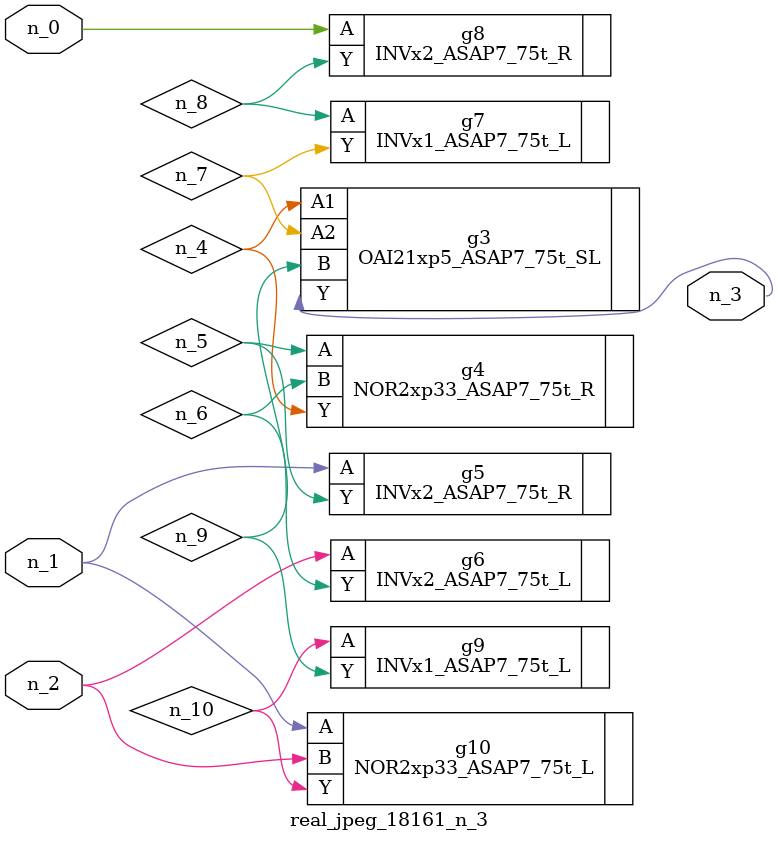
<source format=v>
module real_jpeg_18161_n_3 (n_1, n_0, n_2, n_3);

input n_1;
input n_0;
input n_2;

output n_3;

wire n_5;
wire n_4;
wire n_8;
wire n_6;
wire n_7;
wire n_10;
wire n_9;

INVx2_ASAP7_75t_R g8 ( 
.A(n_0),
.Y(n_8)
);

INVx2_ASAP7_75t_R g5 ( 
.A(n_1),
.Y(n_5)
);

NOR2xp33_ASAP7_75t_L g10 ( 
.A(n_1),
.B(n_2),
.Y(n_10)
);

INVx2_ASAP7_75t_L g6 ( 
.A(n_2),
.Y(n_6)
);

OAI21xp5_ASAP7_75t_SL g3 ( 
.A1(n_4),
.A2(n_7),
.B(n_9),
.Y(n_3)
);

NOR2xp33_ASAP7_75t_R g4 ( 
.A(n_5),
.B(n_6),
.Y(n_4)
);

INVx1_ASAP7_75t_L g7 ( 
.A(n_8),
.Y(n_7)
);

INVx1_ASAP7_75t_L g9 ( 
.A(n_10),
.Y(n_9)
);


endmodule
</source>
